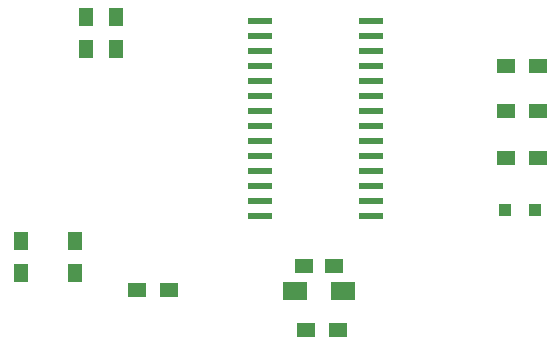
<source format=gbr>
G04 #@! TF.GenerationSoftware,KiCad,Pcbnew,(5.1.4)-1*
G04 #@! TF.CreationDate,2019-09-25T15:42:07+02:00*
G04 #@! TF.ProjectId,Display4x16segment,44697370-6c61-4793-9478-31367365676d,rev?*
G04 #@! TF.SameCoordinates,Original*
G04 #@! TF.FileFunction,Paste,Bot*
G04 #@! TF.FilePolarity,Positive*
%FSLAX46Y46*%
G04 Gerber Fmt 4.6, Leading zero omitted, Abs format (unit mm)*
G04 Created by KiCad (PCBNEW (5.1.4)-1) date 2019-09-25 15:42:07*
%MOMM*%
%LPD*%
G04 APERTURE LIST*
%ADD10R,2.000000X1.600000*%
%ADD11R,1.500000X1.300000*%
%ADD12R,1.300000X1.500000*%
%ADD13R,2.000000X0.600000*%
%ADD14R,1.000000X1.000000*%
%ADD15R,1.500000X1.250000*%
G04 APERTURE END LIST*
D10*
X182620000Y-134620000D03*
X178620000Y-134620000D03*
D11*
X179500000Y-137900000D03*
X182200000Y-137900000D03*
X165250000Y-134500000D03*
X167950000Y-134500000D03*
D12*
X160000000Y-133100000D03*
X160000000Y-130400000D03*
X155400000Y-133100000D03*
X155400000Y-130400000D03*
D13*
X175600000Y-128255000D03*
X175600000Y-126985000D03*
X175600000Y-125715000D03*
X175600000Y-124445000D03*
X175600000Y-123175000D03*
X175600000Y-121905000D03*
X175600000Y-120635000D03*
X175600000Y-119365000D03*
X175600000Y-118095000D03*
X175600000Y-116825000D03*
X175600000Y-115555000D03*
X175600000Y-114285000D03*
X175600000Y-113015000D03*
X175600000Y-111745000D03*
X185000000Y-111745000D03*
X185000000Y-113015000D03*
X185000000Y-114285000D03*
X185000000Y-115555000D03*
X185000000Y-116825000D03*
X185000000Y-118095000D03*
X185000000Y-119365000D03*
X185000000Y-120635000D03*
X185000000Y-121905000D03*
X185000000Y-123175000D03*
X185000000Y-124445000D03*
X185000000Y-125715000D03*
X185000000Y-126985000D03*
X185000000Y-128255000D03*
D12*
X160900000Y-114100000D03*
X160900000Y-111400000D03*
X163400000Y-114100000D03*
X163400000Y-111400000D03*
D11*
X196479460Y-123296680D03*
X199179460Y-123296680D03*
X196482000Y-119380000D03*
X199182000Y-119380000D03*
X196482000Y-115570000D03*
X199182000Y-115570000D03*
D14*
X196382280Y-127703580D03*
X198882280Y-127703580D03*
D15*
X181890000Y-132500000D03*
X179390000Y-132500000D03*
M02*

</source>
